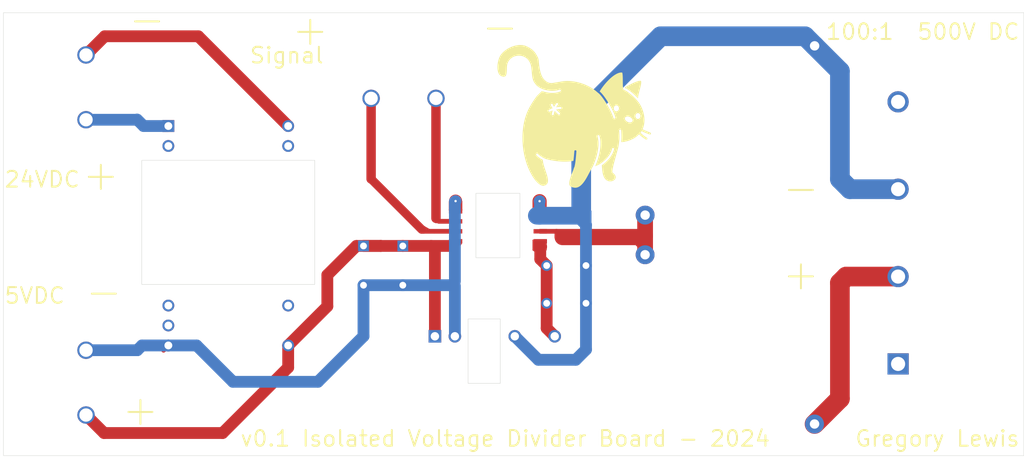
<source format=kicad_pcb>
(kicad_pcb (version 20240108) (generator "pcbnew") (generator_version "8.0")
  (layers (0 "F.Cu" signal) (31 "B.Cu" signal) (34 "B.Paste" user) (35 "F.Paste" user) (36 "B.SilkS" user "B.Silkscreen") (37 "F.SilkS" user "F.Silkscreen") (38 "B.Mask" user) (39 "F.Mask" user) (44 "Edge.Cuts" user))
  (net 0 "")
  (net 1 "Net-(PS1--VOUT)")
  (net 2 "Net-(PS1-+VOUT)")
  (net 3 "Net-(PS1--VIN)")
  (net 4 "Net-(PS1-+VIN)")
  (net 9 "Net-(PS2-+VIN)")
  (net 10 "Net-(PS2--VIN__1)")
  (net 12 "Net-(U1-OUTP)")
  (net 13 "Net-(U1-OUTN)")
  (net 16 "Net-(U1-INP)")
  (net 17 "Net-(J3-Pad2)")
  (footprint "Resistor_THT:R_Axial_Power_L25.0mm_W6.4mm_P30.48mm" (layer "F.Cu") (at 149.279843 50.820157 -135)
    (property "Reference" "R1" (hide yes))
    (property "Value" "R_US" (hide yes))
    (pad "1" thru_hole circle (at 0 0 225) (size 2.4 2.4) (drill 1.2) (layers "*.Cu" "*.Mask") (net 1 "Net-(PS1--VOUT)"))
    (pad "2" thru_hole oval (at 30.48 0 225) (size 2.4 2.4) (drill 1.2) (layers "*.Cu" "*.Mask") (net 16 "Net-(U1-INP)"))
  )
  (footprint "FK22 c0g capacitor:CAP_R7540_TDK" (layer "F.Cu") (at 117.7 83.6 180)
    (property "Reference" "C1" (hide yes))
    (property "Value" "C_Small" (hide yes))
    (pad "1" thru_hole rect (at -2.5 0 180) (size 1.3716 1.3716) (drill 0.8636) (layers "*.Cu" "*.Mask") (net 1 "Net-(PS1--VOUT)"))
    (pad "2" thru_hole circle (at 2.5 0 180) (size 1.3716 1.3716) (drill 0.8636) (layers "*.Cu" "*.Mask") (net 2 "Net-(PS1-+VOUT)"))
  )
  (footprint "FK22 c0g capacitor:CAP_R7540_TDK" (layer "F.Cu") (at 117.7 78.8 180)
    (property "Reference" "C2" (hide yes))
    (property "Value" "C_Small" (hide yes))
    (pad "1" thru_hole rect (at -2.5 0 180) (size 1.3716 1.3716) (drill 0.8636) (layers "*.Cu" "*.Mask") (net 1 "Net-(PS1--VOUT)"))
    (pad "2" thru_hole circle (at 2.5 0 180) (size 1.3716 1.3716) (drill 0.8636) (layers "*.Cu" "*.Mask") (net 2 "Net-(PS1-+VOUT)"))
  )
  (footprint "MountingHole:MountingHole_3mm" (layer "F.Cu") (at 131.8 95.2)
    (property "Reference" "REF**" (hide yes))
    (property "Value" "MountingHole_3mm" (hide yes))
    (pad "" np_thru_hole circle (at 0 0) (size 3 3) (drill 3) (layers "*.Cu" "*.Mask"))
  )
  (footprint "RKK-0505S_H:CONV_RKK-0505S_H" (layer "F.Cu") (at 108.6 89.6)
    (property "Reference" "PS1" (hide yes))
    (property "Value" "RKK-0505S_H" (hide yes))
    (pad "1" thru_hole rect (at -7.6165 -1.7956) (size 1.605 1.605) (drill 1.07) (layers "*.Cu" "*.Mask") (net 4 "Net-(PS1-+VIN)"))
    (pad "2" thru_hole circle (at -5.0756 -1.7956) (size 1.605 1.605) (drill 1.07) (layers "*.Cu" "*.Mask") (net 3 "Net-(PS1--VIN)"))
    (pad "5" thru_hole circle (at 2.5444 -1.7956) (size 1.605 1.605) (drill 1.07) (layers "*.Cu" "*.Mask") (net 1 "Net-(PS1--VOUT)"))
    (pad "7" thru_hole circle (at 7.6244 -1.7956) (size 1.605 1.605) (drill 1.07) (layers "*.Cu" "*.Mask") (net 2 "Net-(PS1-+VOUT)"))
  )
  (footprint "MountingHole:MountingHole_3mm" (layer "F.Cu") (at 131.8 54.2)
    (property "Reference" "REF**" (hide yes))
    (property "Value" "MountingHole_3mm" (hide yes))
    (pad "" np_thru_hole circle (at 0 0) (size 3 3) (drill 3) (layers "*.Cu" "*.Mask"))
  )
  (footprint "FK22 c0g capacitor:CAP_R7540_TDK" (layer "F.Cu") (at 91.9 78.8 -90)
    (property "Reference" "C3" (hide yes))
    (property "Value" "C_Small" (hide yes))
    (pad "1" thru_hole rect (at -2.5 0 270) (size 1.3716 1.3716) (drill 0.8636) (layers "*.Cu" "*.Mask") (net 4 "Net-(PS1-+VIN)"))
    (pad "2" thru_hole circle (at 2.5 0 270) (size 1.3716 1.3716) (drill 0.8636) (layers "*.Cu" "*.Mask") (net 3 "Net-(PS1--VIN)"))
  )
  (footprint "MountingHole:MountingHole_3mm" (layer "F.Cu") (at 68.8 95.2)
    (property "Reference" "REF**" (hide yes))
    (property "Value" "MountingHole_3mm" (hide yes))
    (pad "" np_thru_hole circle (at 0 0) (size 3 3) (drill 3) (layers "*.Cu" "*.Mask"))
  )
  (footprint "FK22 c0g capacitor:CAP_R7540_TDK" (layer "F.Cu") (at 96.9 78.8 -90)
    (property "Reference" "C4" (hide yes))
    (property "Value" "C_Small" (hide yes))
    (pad "1" thru_hole rect (at -2.5 0 270) (size 1.3716 1.3716) (drill 0.8636) (layers "*.Cu" "*.Mask") (net 4 "Net-(PS1-+VIN)"))
    (pad "2" thru_hole circle (at 2.5 0 270) (size 1.3716 1.3716) (drill 0.8636) (layers "*.Cu" "*.Mask") (net 3 "Net-(PS1--VIN)"))
  )
  (footprint "footprints:CONN_YK331020xx00G_AMP" (layer "F.Cu") (at 56.605701 89.579899 -90)
    (property "Reference" "J4" (hide yes))
    (property "Value" "YK3310203000G")
    (pad "1" thru_hole circle (at 0 0 270) (size 2.2098 2.2098) (drill 1.7018) (layers "*.Cu" "*.Mask") (net 3 "Net-(PS1--VIN)"))
    (pad "2" thru_hole circle (at 8.250001 0 270) (size 2.2098 2.2098) (drill 1.7018) (layers "*.Cu" "*.Mask") (net 4 "Net-(PS1-+VIN)"))
  )
  (footprint "REC3-2405SRW_H6_C:CONV_REC3-2405SRW_H6_C" (layer "F.Cu") (at 74.7 74.97 -90)
    (property "Reference" "PS2" (hide yes))
    (property "Value" "REC3-2405SRW_H6_C" (hide yes))
    (pad "1" thru_hole rect (at -13.94 7.62 270) (size 1.508 1.508) (drill 1) (layers "*.Cu" "*.Mask") (net 9 "Net-(PS2-+VIN)"))
    (pad "2" thru_hole circle (at -11.4 7.62 270) (size 1.508 1.508) (drill 1) (layers "*.Cu" "*.Mask"))
    (pad "10" thru_hole circle (at 8.92 7.62 270) (size 1.508 1.508) (drill 1) (layers "*.Cu" "*.Mask"))
    (pad "11" thru_hole circle (at 11.46 7.62 270) (size 1.508 1.508) (drill 1) (layers "*.Cu" "*.Mask"))
    (pad "12" thru_hole circle (at 14 7.62 270) (size 1.508 1.508) (drill 1) (layers "*.Cu" "*.Mask") (net 3 "Net-(PS1--VIN)"))
    (pad "13" thru_hole circle (at 14 -7.62 270) (size 1.508 1.508) (drill 1) (layers "*.Cu" "*.Mask") (net 4 "Net-(PS1-+VIN)"))
    (pad "15" thru_hole circle (at 8.92 -7.62 270) (size 1.508 1.508) (drill 1) (layers "*.Cu" "*.Mask"))
    (pad "23" thru_hole circle (at -11.4 -7.62 270) (size 1.508 1.508) (drill 1) (layers "*.Cu" "*.Mask"))
    (pad "24" thru_hole circle (at -13.94 -7.62 270) (size 1.508 1.508) (drill 1) (layers "*.Cu" "*.Mask") (net 10 "Net-(PS2--VIN__1)"))
  )
  (footprint "AMC1350:U_PAMC1350DWVR_TEX" (layer "F.Cu") (at 109 73.8 180)
    (property "Reference" "U1" (hide yes))
    (property "Value" "PAMC1350DWVR" (hide yes))
    (pad "1" smd rect (at -5.3848 -1.905 180) (size 1.7018 0.5588) (layers "F.Cu" "F.Paste" "F.Mask") (net 2 "Net-(PS1-+VOUT)"))
    (pad "2" smd rect (at -5.3848 -0.635 180) (size 1.7018 0.5588) (layers "F.Cu" "F.Paste" "F.Mask") (net 16 "Net-(U1-INP)"))
    (pad "3" smd rect (at -5.3848 0.635 180) (size 1.7018 0.5588) (layers "F.Cu" "F.Paste" "F.Mask") (net 1 "Net-(PS1--VOUT)"))
    (pad "4" smd rect (at -5.3848 1.905 180) (size 1.7018 0.5588) (layers "F.Cu" "F.Paste" "F.Mask") (net 1 "Net-(PS1--VOUT)"))
    (pad "5" smd rect (at 5.3848 1.905 180) (size 1.7018 0.5588) (layers "F.Cu" "F.Paste" "F.Mask") (net 3 "Net-(PS1--VIN)"))
    (pad "6" smd rect (at 5.3848 0.635 180) (size 1.7018 0.5588) (layers "F.Cu" "F.Paste" "F.Mask") (net 13 "Net-(U1-OUTN)"))
    (pad "7" smd rect (at 5.3848 -0.635 180) (size 1.7018 0.5588) (layers "F.Cu" "F.Paste" "F.Mask") (net 12 "Net-(U1-OUTP)"))
    (pad "8" smd rect (at 5.3848 -1.905 180) (size 1.7018 0.5588) (layers "F.Cu" "F.Paste" "F.Mask") (net 4 "Net-(PS1-+VIN)"))
  )
  (footprint "footprints:CONN_YK331020xx00G_AMP" (layer "F.Cu") (at 101.120101 57.505701 180)
    (property "Reference" "J2" (hide yes))
    (property "Value" "YK3310203000G")
    (pad "1" thru_hole circle (at 0 0 180) (size 2.2098 2.2098) (drill 1.7018) (layers "*.Cu" "*.Mask") (net 13 "Net-(U1-OUTN)"))
    (pad "2" thru_hole circle (at 8.250001 0 180) (size 2.2098 2.2098) (drill 1.7018) (layers "*.Cu" "*.Mask") (net 12 "Net-(U1-OUTP)"))
  )
  (footprint "Library:Cat" (layer "F.Cu") (at 119.01191 59.717917)
    (property "Reference" "REF**" (hide yes))
    (property "Value" "Cat" (hide yes))
  )
  (footprint "Resistor_THT:R_Axial_Power_L25.0mm_W6.4mm_P30.48mm" (layer "F.Cu") (at 127.720157 77.420157 -45)
    (property "Reference" "R2" (hide yes))
    (property "Value" "R_US" (hide yes))
    (pad "1" thru_hole circle (at 0 0 315) (size 2.4 2.4) (drill 1.2) (layers "*.Cu" "*.Mask") (net 16 "Net-(U1-INP)"))
    (pad "2" thru_hole oval (at 30.48 0 315) (size 2.4 2.4) (drill 1.2) (layers "*.Cu" "*.Mask") (net 17 "Net-(J3-Pad2)"))
  )
  (footprint "footprints:CONN_YK331020xx00G_AMP" (layer "F.Cu") (at 56.605701 51.979899 -90)
    (property "Reference" "J1" (hide yes))
    (property "Value" "YK3310203000G")
    (pad "1" thru_hole circle (at 0 0 270) (size 2.2098 2.2098) (drill 1.7018) (layers "*.Cu" "*.Mask") (net 10 "Net-(PS2--VIN__1)"))
    (pad "2" thru_hole circle (at 8.250001 0 270) (size 2.2098 2.2098) (drill 1.7018) (layers "*.Cu" "*.Mask") (net 9 "Net-(PS2-+VIN)"))
  )
  (footprint "KiCad:SHDR4W114P0X1112_1X4_4628X2032X1956P" (layer "F.Cu") (at 159.9 91.325 90)
    (property "Reference" "J3" (hide yes))
    (property "Value" "8PCV-04-006" (hide yes))
    (pad "1" thru_hole rect (at 0 0 90) (size 2.7 2.7) (drill 1.8) (layers "*.Cu" "*.Mask"))
    (pad "2" thru_hole circle (at 11.125 0 90) (size 2.7 2.7) (drill 1.8) (layers "*.Cu" "*.Mask") (net 17 "Net-(J3-Pad2)"))
    (pad "3" thru_hole circle (at 22.25 0 90) (size 2.7 2.7) (drill 1.8) (layers "*.Cu" "*.Mask") (net 1 "Net-(PS1--VOUT)"))
    (pad "4" thru_hole circle (at 33.375 0 90) (size 2.7 2.7) (drill 1.8) (layers "*.Cu" "*.Mask"))
  )
  (footprint "MountingHole:MountingHole_3mm" (layer "F.Cu") (at 68.8 54.2)
    (property "Reference" "REF**" (hide yes))
    (property "Value" "MountingHole_3mm" (hide yes))
    (pad "" np_thru_hole circle (at 0 0) (size 3 3) (drill 3) (layers "*.Cu" "*.Mask"))
  )
  (gr_rect (start 113.5 75.6) (end 115.1 76.8) (stroke (width 0.2)) (fill solid) (layer "F.Cu") (net 2))
  (gr_rect (start 102.754212 70.588934) (end 104.470098 71.788934) (fill solid) (layer "F.Cu") (net 3))
  (gr_line (start 104.3 75.8) (end 103.7 76.8) (stroke (width 0.2)) (layer "F.Cu") (net 4))
  (gr_circle (center 103.612155 70.588934) (end 104.443291 70.615661) (fill solid) (layer "F.Cu") (net 3))
  (gr_rect (start 101.1 72.3) (end 101.5 73.3) (stroke (width 0.2)) (fill none) (layer "F.Cu") (net 13))
  (gr_rect (start 113.5 71.7) (end 115.1 73.3) (stroke (width 0.2)) (fill solid) (layer "F.Cu") (net 1))
  (gr_line (start 99.5 73.8) (end 100.9 74.6) (stroke (width 0.2)) (layer "F.Cu") (net 12))
  (gr_line (start 116.3 74.6) (end 116.3 75.2) (stroke (width 0.2)) (layer "F.Cu") (net 16))
  (gr_line (start 113.5 76.8) (end 114.3 77.4) (stroke (width 0.2)) (layer "F.Cu") (net 2))
  (gr_line (start 104.3 76) (end 103.9 76.6) (stroke (width 0.2)) (layer "F.Cu") (net 4))
  (gr_rect (start 113.601036 70.521082) (end 115.001036 71.721082) (fill solid) (layer "B.Cu") (net 1))
  (gr_circle (center 114.3 70.6) (end 115.05 70.6) (fill solid) (layer "B.Cu") (net 1))
  (gr_rect (start 119.5 71.8) (end 120.9 74) (fill solid) (layer "B.Cu") (net 1))
  (gr_rect (start 46.1 46.6) (end 175.9 103) (stroke (width 0.05)) (fill none) (layer "Edge.Cuts"))
  (gr_rect (start 106.2 69.6) (end 111.8 77.8) (stroke (width 0.05)) (fill none) (layer "Edge.Cuts"))
  (gr_rect (start 63.7 65.4) (end 85.7 81.2) (stroke (width 0.05)) (fill none) (layer "Edge.Cuts"))
  (gr_rect (start 105.2 85.6) (end 109.3 93.8) (stroke (width 0.05)) (fill none) (layer "Edge.Cuts"))
  (gr_text "Gregory Lewis" (at 154.3 102 0) (layer "F.SilkS") (effects (font (size 2 2) (thickness 0.25)) (justify left bottom)))
  (gr_text "-" (at 144.9 71.2 0) (layer "F.SilkS") (effects (font (size 4 4) (thickness 0.25)) (justify left bottom)))
  (gr_text "Signal" (at 77.3 53.2 0) (layer "F.SilkS") (effects (font (size 2 2) (thickness 0.25)) (justify left bottom)))
  (gr_text "-" (at 61.7327 49.7323 0) (layer "F.SilkS") (effects (font (size 4 4) (thickness 0.25)) (justify left bottom)))
  (gr_text "+" (at 61.5 94.8 270) (layer "F.SilkS") (effects (font (size 4 4) (thickness 0.25)) (justify left bottom)))
  (gr_text "-" (at 111.9 46.6 180) (layer "F.SilkS") (effects (font (size 4 4) (thickness 0.25)) (justify left bottom)))
  (gr_text "+" (at 144.9 82.2 0) (layer "F.SilkS") (effects (font (size 4 4) (thickness 0.25)) (justify left bottom)))
  (gr_text "v0.1 Isolated Voltage Divider Board - 2024" (at 76.1 102 0) (layer "F.SilkS") (effects (font (size 2 2) (thickness 0.25)) (justify left bottom)))
  (gr_text "24VDC" (at 46.1 69 0) (layer "F.SilkS") (effects (font (size 2 2) (thickness 0.25)) (justify left bottom)))
  (gr_text "+" (at 61.1327 65.4775 180) (layer "F.SilkS") (effects (font (size 4 4) (thickness 0.25)) (justify left bottom)))
  (gr_text "-" (at 56.230319 84.4 0) (layer "F.SilkS") (effects (font (size 4 4) (thickness 0.25)) (justify left bottom)))
  (gr_text "100:1  500V DC\n" (at 150.585714 50.2 0) (layer "F.SilkS") (effects (font (size 2 2) (thickness 0.25)) (justify left bottom)))
  (gr_text "5VDC" (at 46.1 83.8 0) (layer "F.SilkS") (effects (font (size 2 2) (thickness 0.25)) (justify left bottom)))
  (gr_text "+" (at 83.1 46.4 270) (layer "F.SilkS") (effects (font (size 4 4) (thickness 0.25)) (justify left bottom)))
  (segment (start 114.3 72.5) (end 114.3 70.6) (width 1.8) (layer "F.Cu") (net 1))
  (via (at 114.3 70.6) (size 0.6) (drill 0.3) (layers "F.Cu" "B.Cu") (net 1))
  (segment (start 120.2 78.8) (end 120.2 73.61) (width 1.5) (layer "B.Cu") (net 1))
  (segment (start 119.595 71.895) (end 119.04 72.45) (width 0.6) (layer "B.Cu") (net 1))
  (segment (start 159.9 69.075) (end 153.775 69.075) (width 2.5) (layer "B.Cu") (net 1))
  (segment (start 119.04 72.45) (end 114.3 72.45) (width 2.25) (layer "B.Cu") (net 1))
  (segment (start 119.9 72.8) (end 119.7 72.6) (width 0.6) (layer "B.Cu") (net 1))
  (segment (start 120.2 73.61) (end 119.04 72.45) (width 1.5) (layer "B.Cu") (net 1))
  (segment (start 129.7 49.6) (end 119.595 59.705) (width 2.5) (layer "B.Cu") (net 1))
  (segment (start 120.2 89.5) (end 120.2 83.6) (width 1.5) (layer "B.Cu") (net 1))
  (segment (start 148.059686 49.6) (end 129.7 49.6) (width 2.5) (layer "B.Cu") (net 1))
  (segment (start 149.279843 50.820157) (end 148.059686 49.6) (width 2.5) (layer "B.Cu") (net 1))
  (segment (start 119.595 59.705) (end 119.595 71.895) (width 2.5) (layer "B.Cu") (net 1))
  (segment (start 119.595 71.895) (end 119.9 72.2) (width 0.6) (layer "B.Cu") (net 1))
  (segment (start 114.14 90.8) (end 111.1444 87.8044) (width 1.5) (layer "B.Cu") (net 1))
  (segment (start 119.9 72.2) (end 119.9 72.8) (width 0.6) (layer "B.Cu") (net 1))
  (segment (start 114.3 72.45) (end 113.95 72.45) (width 2.25) (layer "B.Cu") (net 1))
  (segment (start 153.775 69.075) (end 152.5 67.8) (width 2.5) (layer "B.Cu") (net 1))
  (segment (start 118.9 90.8) (end 120.2 89.5) (width 1.5) (layer "B.Cu") (net 1))
  (segment (start 152.5 54.040314) (end 149.279843 50.820157) (width 2.5) (layer "B.Cu") (net 1))
  (segment (start 120.2 83.6) (end 120.2 78.8) (width 1.5) (layer "B.Cu") (net 1))
  (segment (start 152.5 67.8) (end 152.5 54.040314) (width 2.5) (layer "B.Cu") (net 1))
  (segment (start 113.95 72.45) (end 114.4 72) (width 1.5) (layer "B.Cu") (net 1))
  (segment (start 118.9 90.8) (end 114.14 90.8) (width 1.5) (layer "B.Cu") (net 1))
  (segment (start 119.535 73.165) (end 119.9 72.8) (width 0.6) (layer "B.Cu") (net 1))
  (segment (start 115.2 86.78) (end 116.2244 87.8044) (width 1.5) (layer "F.Cu") (net 2))
  (segment (start 114.5 76.4) (end 114.3848 76.5152) (width 1.5) (layer "F.Cu") (net 2))
  (segment (start 114.3848 76.5152) (end 114.3848 77.9848) (width 1.5) (layer "F.Cu") (net 2))
  (segment (start 114.3848 77.9848) (end 115.2 78.8) (width 1.5) (layer "F.Cu") (net 2))
  (segment (start 115.2 78.8) (end 115.2 86.78) (width 1.5) (layer "F.Cu") (net 2))
  (segment (start 91.9 81.59) (end 91.9 81.3) (width 0.6) (layer "F.Cu") (net 3))
  (segment (start 66.470101 89.579899) (end 67.08 88.97) (width 0.6) (layer "F.Cu") (net 3))
  (via (at 103.612155 70.588934) (size 0.6) (drill 0.3) (layers "F.Cu" "B.Cu") (net 3))
  (segment (start 63.73 88.97) (end 67.08 88.97) (width 1.5) (layer "B.Cu") (net 3))
  (segment (start 103.4244 81.3) (end 103.5244 81.4) (width 0.6) (layer "B.Cu") (net 3))
  (segment (start 103.5244 70.676689) (end 103.612155 70.588934) (width 1.5) (layer "B.Cu") (net 3))
  (segment (start 103.5244 87.8044) (end 103.5244 81.4) (width 1.5) (layer "B.Cu") (net 3))
  (segment (start 75.3 93.6) (end 86.1 93.6) (width 1.5) (layer "B.Cu") (net 3))
  (segment (start 103.6152 71.895) (end 103.612155 71.891955) (width 0.6) (layer "B.Cu") (net 3))
  (segment (start 63.120101 89.579899) (end 63.73 88.97) (width 1.5) (layer "B.Cu") (net 3))
  (segment (start 96.9 81.3) (end 103.4244 81.3) (width 1.5) (layer "B.Cu") (net 3))
  (segment (start 91.9 87.8) (end 91.9 81.3) (width 1.5) (layer "B.Cu") (net 3))
  (segment (start 56.605701 89.579899) (end 63.120101 89.579899) (width 1.5) (layer "B.Cu") (net 3))
  (segment (start 70.67 88.97) (end 75.3 93.6) (width 1.5) (layer "B.Cu") (net 3))
  (segment (start 96.9 81.3) (end 91.9 81.3) (width 1.5) (layer "B.Cu") (net 3))
  (segment (start 67.08 88.97) (end 70.67 88.97) (width 1.5) (layer "B.Cu") (net 3))
  (segment (start 103.5244 81.4) (end 103.5244 80.8) (width 0.6) (layer "B.Cu") (net 3))
  (segment (start 86.1 93.6) (end 91.9 87.8) (width 1.5) (layer "B.Cu") (net 3))
  (segment (start 103.612155 71.891955) (end 103.612155 70.588934) (width 0.6) (layer "B.Cu") (net 3))
  (segment (start 103.5244 80.8) (end 103.5244 70.676689) (width 1.5) (layer "B.Cu") (net 3))
  (segment (start 96.9 76.3) (end 94.1 76.3) (width 1.5) (layer "F.Cu") (net 4))
  (segment (start 96.8 76.2) (end 96.9 76.3) (width 0.6) (layer "F.Cu") (net 4))
  (segment (start 94.1 76.3) (end 91.9 76.3) (width 1.5) (layer "F.Cu") (net 4))
  (segment (start 58.9 100.124199) (end 56.605701 97.8299) (width 1.5) (layer "F.Cu") (net 4))
  (segment (start 91.9 76.3) (end 91.9 75.91) (width 0.6) (layer "F.Cu") (net 4))
  (segment (start 103.4 76.3) (end 103.5 76.2) (width 1.2) (layer "F.Cu") (net 4))
  (segment (start 87.3 80) (end 87.3 83.99) (width 1.5) (layer "F.Cu") (net 4))
  (segment (start 73.975801 100.124199) (end 82.32 91.78) (width 1.5) (layer "F.Cu") (net 4))
  (segment (start 87.3 83.99) (end 82.32 88.97) (width 1.5) (layer "F.Cu") (net 4))
  (segment (start 58.9 100.124199) (end 73.975801 100.124199) (width 1.5) (layer "F.Cu") (net 4))
  (segment (start 100.5 76.3) (end 96.9 76.3) (width 1.5) (layer "F.Cu") (net 4))
  (segment (start 100.5 76.3) (end 103.4 76.3) (width 1.5) (layer "F.Cu") (net 4))
  (segment (start 91 76.3) (end 87.3 80) (width 1.5) (layer "F.Cu") (net 4))
  (segment (start 100.9835 87.8044) (end 100.9835 76.3835) (width 1.5) (layer "F.Cu") (net 4))
  (segment (start 100.9835 76.3835) (end 100.9 76.3) (width 0.6) (layer "F.Cu") (net 4))
  (segment (start 94.1 76.3) (end 91 76.3) (width 1.5) (layer "F.Cu") (net 4))
  (segment (start 82.32 88.97) (end 82.32 91.78) (width 1.5) (layer "F.Cu") (net 4))
  (segment (start 91.9 76.3) (end 91 76.3) (width 0.6) (layer "F.Cu") (net 4))
  (segment (start 63.0701 60.2299) (end 63.1 60.2) (width 0.6) (layer "B.Cu") (net 9))
  (segment (start 63.1 60.2) (end 63.93 61.03) (width 1.5) (layer "B.Cu") (net 9))
  (segment (start 56.605701 60.2299) (end 63.0701 60.2299) (width 1.5) (layer "B.Cu") (net 9))
  (segment (start 63.93 61.03) (end 67.08 61.03) (width 1.5) (layer "B.Cu") (net 9))
  (segment (start 70.89 49.6) (end 82.32 61.03) (width 1.5) (layer "F.Cu") (net 10))
  (segment (start 58.9856 49.6) (end 70.89 49.6) (width 1.5) (layer "F.Cu") (net 10))
  (segment (start 56.605701 51.979899) (end 58.9856 49.6) (width 1.5) (layer "F.Cu") (net 10))
  (segment (start 92.8701 57.505701) (end 92.8701 67.7701) (width 1.2) (layer "F.Cu") (net 12))
  (segment (start 99.535 74.435) (end 99.3 74.2) (width 0.6) (layer "F.Cu") (net 12))
  (segment (start 103.6152 74.435) (end 99.535 74.435) (width 0.6) (layer "F.Cu") (net 12))
  (segment (start 92.8701 67.7701) (end 99.3 74.2) (width 1.1) (layer "F.Cu") (net 12))
  (segment (start 101.120101 72.779899) (end 101.1 72.8) (width 0.6) (layer "F.Cu") (net 13))
  (segment (start 101.465 73.165) (end 103.6152 73.165) (width 0.6) (layer "F.Cu") (net 13))
  (segment (start 101.120101 57.505701) (end 101.120101 72.779899) (width 1.2) (layer "F.Cu") (net 13))
  (segment (start 127.720157 72.379843) (end 127.727228 72.372772) (width 0.6) (layer "F.Cu") (net 16))
  (segment (start 127.520157 75.8) (end 127.720157 76) (width 0.6) (layer "F.Cu") (net 16))
  (segment (start 117.2101 75.2) (end 126.920157 75.2) (width 2) (layer "F.Cu") (net 16))
  (segment (start 127.155157 74.435) (end 127.720157 75) (width 0.6) (layer "F.Cu") (net 16))
  (segment (start 127.720157 75) (end 127.720157 72.379843) (width 2) (layer "F.Cu") (net 16))
  (segment (start 127.720157 77.420157) (end 127.720157 75) (width 2) (layer "F.Cu") (net 16))
  (segment (start 126.920157 75.2) (end 127.520157 75.8) (width 2) (layer "F.Cu") (net 16))
  (segment (start 114.3848 74.435) (end 127.155157 74.435) (width 0.6) (layer "F.Cu") (net 16))
  (segment (start 116.4451 74.435) (end 117.2101 75.2) (width 0.6) (layer "F.Cu") (net 16))
  (segment (start 153.3 80.2) (end 152.5 81) (width 2.5) (layer "F.Cu") (net 17))
  (segment (start 159.9 80.2) (end 153.3 80.2) (width 2.5) (layer "F.Cu") (net 17))
  (segment (start 152.5 95.745544) (end 149.272772 98.972772) (width 2.5) (layer "F.Cu") (net 17))
  (segment (start 152.5 81) (end 152.5 95.745544) (width 2.5) (layer "F.Cu") (net 17))
)
</source>
